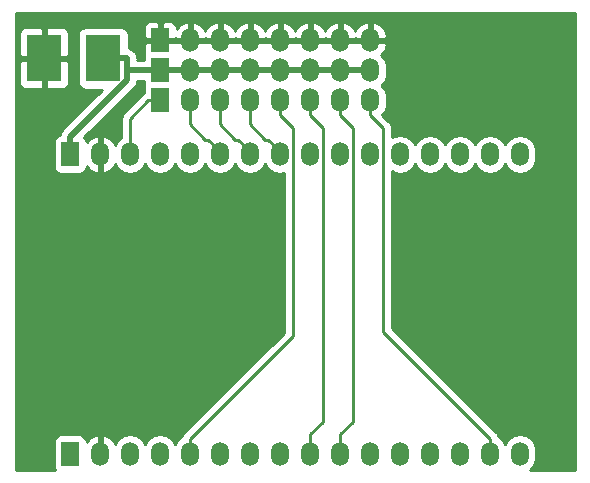
<source format=gbr>
%TF.GenerationSoftware,KiCad,Pcbnew,5.0.2+dfsg1-1*%
%TF.CreationDate,2020-04-21T12:17:55+02:00*%
%TF.ProjectId,minikame,6d696e69-6b61-46d6-952e-6b696361645f,v1.0*%
%TF.SameCoordinates,Original*%
%TF.FileFunction,Copper,L1,Top*%
%TF.FilePolarity,Positive*%
%FSLAX46Y46*%
G04 Gerber Fmt 4.6, Leading zero omitted, Abs format (unit mm)*
G04 Created by KiCad (PCBNEW 5.0.2+dfsg1-1) date di 21 apr 2020 12:17:55 CEST*
%MOMM*%
%LPD*%
G01*
G04 APERTURE LIST*
%ADD10O,1.500000X2.000000*%
%ADD11R,1.500000X2.000000*%
%ADD12R,3.000000X4.000000*%
%ADD13C,0.250000*%
%ADD14C,0.500000*%
%ADD15C,0.254000*%
G04 APERTURE END LIST*
D10*
X149606000Y-91948000D03*
X147066000Y-91948000D03*
X144526000Y-91948000D03*
X141986000Y-91948000D03*
X139446000Y-91948000D03*
X136906000Y-91948000D03*
X134366000Y-91948000D03*
D11*
X131826000Y-91948000D03*
D10*
X149606000Y-89408000D03*
X147066000Y-89408000D03*
X144526000Y-89408000D03*
X141986000Y-89408000D03*
X139446000Y-89408000D03*
X136906000Y-89408000D03*
X134366000Y-89408000D03*
D11*
X131826000Y-89408000D03*
X124194000Y-96516000D03*
D10*
X126734000Y-96516000D03*
X129274000Y-96516000D03*
X131814000Y-96516000D03*
X134354000Y-96516000D03*
X136894000Y-96516000D03*
X139434000Y-96516000D03*
X141974000Y-96516000D03*
X144514000Y-96516000D03*
X147054000Y-96516000D03*
X149594000Y-96516000D03*
X152134000Y-96516000D03*
X154674000Y-96516000D03*
X157214000Y-96516000D03*
X159754000Y-96516000D03*
X162294000Y-96516000D03*
X162294000Y-121866000D03*
X159754000Y-121866000D03*
X157214000Y-121866000D03*
X154674000Y-121866000D03*
X152134000Y-121866000D03*
X149594000Y-121866000D03*
X147054000Y-121866000D03*
X144514000Y-121866000D03*
X141974000Y-121866000D03*
X139434000Y-121866000D03*
X136894000Y-121866000D03*
X134354000Y-121866000D03*
X131814000Y-121866000D03*
X129274000Y-121866000D03*
X126734000Y-121866000D03*
D11*
X124194000Y-121866000D03*
X131826000Y-86868000D03*
D10*
X134366000Y-86868000D03*
X136906000Y-86868000D03*
X139446000Y-86868000D03*
X141986000Y-86868000D03*
X144526000Y-86868000D03*
X147066000Y-86868000D03*
X149606000Y-86868000D03*
D12*
X127000000Y-88392000D03*
X122000000Y-88392000D03*
D13*
X129540000Y-96516000D02*
X129274000Y-96516000D01*
X131826000Y-91948000D02*
X131826000Y-92198000D01*
X134100000Y-91948000D02*
X134366000Y-91948000D01*
X139180000Y-91948000D02*
X139446000Y-91948000D01*
X131814000Y-96266000D02*
X131814000Y-96516000D01*
X130826000Y-91948000D02*
X131826000Y-91948000D01*
X129274000Y-93500000D02*
X130826000Y-91948000D01*
X129274000Y-96516000D02*
X129274000Y-93500000D01*
X139446000Y-92198000D02*
X139446000Y-91948000D01*
X136894000Y-96266000D02*
X136894000Y-96516000D01*
X135894000Y-95266000D02*
X136894000Y-96266000D01*
X135644000Y-95266000D02*
X135894000Y-95266000D01*
X134366000Y-93988000D02*
X135644000Y-95266000D01*
X134366000Y-91948000D02*
X134366000Y-93988000D01*
X134354000Y-96266000D02*
X134354000Y-96516000D01*
X141974000Y-96266000D02*
X141974000Y-96516000D01*
X140974000Y-95266000D02*
X141974000Y-96266000D01*
X140724000Y-95266000D02*
X140974000Y-95266000D01*
X139446000Y-93988000D02*
X140724000Y-95266000D01*
X139446000Y-91948000D02*
X139446000Y-93988000D01*
X149606000Y-93198000D02*
X149606000Y-91948000D01*
X150669010Y-94261010D02*
X149606000Y-93198000D01*
X162294000Y-121866000D02*
X162294000Y-121616000D01*
X147066000Y-93198000D02*
X147066000Y-91948000D01*
X148129010Y-94261010D02*
X147066000Y-93198000D01*
X148129010Y-119151010D02*
X148129010Y-94261010D01*
X144526000Y-93198000D02*
X144526000Y-91948000D01*
X145589010Y-94261010D02*
X144526000Y-93198000D01*
X145589010Y-119151010D02*
X145589010Y-94261010D01*
X144514000Y-120226020D02*
X144514000Y-121866000D01*
X145589010Y-119151010D02*
X144514000Y-120226020D01*
X147054000Y-120226020D02*
X147054000Y-121866000D01*
X148129010Y-119151010D02*
X147054000Y-120226020D01*
X150669010Y-111531010D02*
X150669010Y-109728000D01*
X159754000Y-120616000D02*
X150669010Y-111531010D01*
X159754000Y-121866000D02*
X159754000Y-120616000D01*
X150669010Y-109991010D02*
X150669010Y-109728000D01*
X150669010Y-109728000D02*
X150669010Y-94261010D01*
X134354000Y-120616000D02*
X134354000Y-121866000D01*
X143049010Y-111920990D02*
X134354000Y-120616000D01*
X141986000Y-93198000D02*
X143049010Y-94261010D01*
X143049010Y-94261010D02*
X143049010Y-111920990D01*
X141986000Y-91948000D02*
X141986000Y-93198000D01*
X136640000Y-91948000D02*
X136906000Y-91948000D01*
X139434000Y-96266000D02*
X139434000Y-96516000D01*
X138434000Y-95266000D02*
X139434000Y-96266000D01*
X138184000Y-95266000D02*
X138434000Y-95266000D01*
X136906000Y-93988000D02*
X138184000Y-95266000D01*
X136906000Y-91948000D02*
X136906000Y-93988000D01*
D14*
X131826000Y-89408000D02*
X134366000Y-89408000D01*
X134366000Y-89408000D02*
X136906000Y-89408000D01*
X136906000Y-89408000D02*
X139446000Y-89408000D01*
X139446000Y-89408000D02*
X141986000Y-89408000D01*
X141986000Y-89408000D02*
X144526000Y-89408000D01*
X144526000Y-89408000D02*
X147066000Y-89408000D01*
X147066000Y-89408000D02*
X149606000Y-89408000D01*
X124194000Y-96266000D02*
X124194000Y-96516000D01*
X131826000Y-89408000D02*
X129020000Y-89408000D01*
X129020000Y-90190000D02*
X129020000Y-89408000D01*
X124194000Y-95016000D02*
X129020000Y-90190000D01*
X124194000Y-96516000D02*
X124194000Y-95016000D01*
X129000000Y-88392000D02*
X127000000Y-88392000D01*
X129020000Y-88412000D02*
X129000000Y-88392000D01*
X129020000Y-89408000D02*
X129020000Y-88412000D01*
D15*
G36*
X166930001Y-123242000D02*
X163101755Y-123242000D01*
X163292529Y-123114529D01*
X163598641Y-122656399D01*
X163679000Y-122252406D01*
X163679000Y-121479593D01*
X163598641Y-121075600D01*
X163292528Y-120617471D01*
X162834399Y-120311359D01*
X162294000Y-120203867D01*
X161753600Y-120311359D01*
X161295471Y-120617472D01*
X161024000Y-121023757D01*
X160752528Y-120617471D01*
X160494947Y-120445361D01*
X160469904Y-120319463D01*
X160301929Y-120068071D01*
X160238473Y-120025671D01*
X151429010Y-111216209D01*
X151429010Y-97960665D01*
X151593601Y-98070641D01*
X152134000Y-98178133D01*
X152674400Y-98070641D01*
X153132529Y-97764529D01*
X153404000Y-97358243D01*
X153675472Y-97764529D01*
X154133601Y-98070641D01*
X154674000Y-98178133D01*
X155214400Y-98070641D01*
X155672529Y-97764529D01*
X155944000Y-97358243D01*
X156215472Y-97764529D01*
X156673601Y-98070641D01*
X157214000Y-98178133D01*
X157754400Y-98070641D01*
X158212529Y-97764529D01*
X158484000Y-97358243D01*
X158755472Y-97764529D01*
X159213601Y-98070641D01*
X159754000Y-98178133D01*
X160294400Y-98070641D01*
X160752529Y-97764529D01*
X161024000Y-97358243D01*
X161295472Y-97764529D01*
X161753601Y-98070641D01*
X162294000Y-98178133D01*
X162834400Y-98070641D01*
X163292529Y-97764529D01*
X163598641Y-97306399D01*
X163679000Y-96902406D01*
X163679000Y-96129593D01*
X163598641Y-95725600D01*
X163292528Y-95267471D01*
X162834399Y-94961359D01*
X162294000Y-94853867D01*
X161753600Y-94961359D01*
X161295471Y-95267472D01*
X161024000Y-95673757D01*
X160752528Y-95267471D01*
X160294399Y-94961359D01*
X159754000Y-94853867D01*
X159213600Y-94961359D01*
X158755471Y-95267472D01*
X158484000Y-95673757D01*
X158212528Y-95267471D01*
X157754399Y-94961359D01*
X157214000Y-94853867D01*
X156673600Y-94961359D01*
X156215471Y-95267472D01*
X155944000Y-95673757D01*
X155672528Y-95267471D01*
X155214399Y-94961359D01*
X154674000Y-94853867D01*
X154133600Y-94961359D01*
X153675471Y-95267472D01*
X153404000Y-95673757D01*
X153132528Y-95267471D01*
X152674399Y-94961359D01*
X152134000Y-94853867D01*
X151593600Y-94961359D01*
X151429010Y-95071335D01*
X151429010Y-94335856D01*
X151443898Y-94261009D01*
X151429010Y-94186162D01*
X151429010Y-94186158D01*
X151384914Y-93964473D01*
X151216939Y-93713081D01*
X151153483Y-93670681D01*
X150634490Y-93151689D01*
X150910641Y-92738399D01*
X150991000Y-92334406D01*
X150991000Y-91561593D01*
X150910641Y-91157600D01*
X150604528Y-90699471D01*
X150572395Y-90678000D01*
X150604529Y-90656529D01*
X150910641Y-90198399D01*
X150991000Y-89794406D01*
X150991000Y-89021593D01*
X150910641Y-88617600D01*
X150604528Y-88159471D01*
X150556433Y-88127335D01*
X150855964Y-87739721D01*
X150998739Y-87214055D01*
X150837868Y-86995000D01*
X149733000Y-86995000D01*
X149733000Y-87015000D01*
X149479000Y-87015000D01*
X149479000Y-86995000D01*
X148374132Y-86995000D01*
X148336000Y-87046924D01*
X148297868Y-86995000D01*
X147193000Y-86995000D01*
X147193000Y-87015000D01*
X146939000Y-87015000D01*
X146939000Y-86995000D01*
X145834132Y-86995000D01*
X145796000Y-87046924D01*
X145757868Y-86995000D01*
X144653000Y-86995000D01*
X144653000Y-87015000D01*
X144399000Y-87015000D01*
X144399000Y-86995000D01*
X143294132Y-86995000D01*
X143256000Y-87046924D01*
X143217868Y-86995000D01*
X142113000Y-86995000D01*
X142113000Y-87015000D01*
X141859000Y-87015000D01*
X141859000Y-86995000D01*
X140754132Y-86995000D01*
X140716000Y-87046924D01*
X140677868Y-86995000D01*
X139573000Y-86995000D01*
X139573000Y-87015000D01*
X139319000Y-87015000D01*
X139319000Y-86995000D01*
X138214132Y-86995000D01*
X138176000Y-87046924D01*
X138137868Y-86995000D01*
X137033000Y-86995000D01*
X137033000Y-87015000D01*
X136779000Y-87015000D01*
X136779000Y-86995000D01*
X135674132Y-86995000D01*
X135636000Y-87046924D01*
X135597868Y-86995000D01*
X134493000Y-86995000D01*
X134493000Y-87015000D01*
X134239000Y-87015000D01*
X134239000Y-86995000D01*
X133134132Y-86995000D01*
X133099461Y-87042211D01*
X133052250Y-86995000D01*
X131953000Y-86995000D01*
X131953000Y-87015000D01*
X131699000Y-87015000D01*
X131699000Y-86995000D01*
X130599750Y-86995000D01*
X130441000Y-87153750D01*
X130441000Y-87994310D01*
X130497526Y-88130777D01*
X130477843Y-88160235D01*
X130428560Y-88408000D01*
X130428560Y-88523000D01*
X129905000Y-88523000D01*
X129905000Y-88499159D01*
X129922337Y-88411999D01*
X129905000Y-88324840D01*
X129905000Y-88324835D01*
X129853652Y-88066690D01*
X129658049Y-87773951D01*
X129646060Y-87765940D01*
X129638049Y-87753951D01*
X129345310Y-87558348D01*
X129147440Y-87518989D01*
X129147440Y-86392000D01*
X129098157Y-86144235D01*
X128957809Y-85934191D01*
X128747765Y-85793843D01*
X128500000Y-85744560D01*
X125500000Y-85744560D01*
X125252235Y-85793843D01*
X125042191Y-85934191D01*
X124901843Y-86144235D01*
X124852560Y-86392000D01*
X124852560Y-90392000D01*
X124901843Y-90639765D01*
X125042191Y-90849809D01*
X125252235Y-90990157D01*
X125500000Y-91039440D01*
X126918981Y-91039440D01*
X123629845Y-94328577D01*
X123555952Y-94377951D01*
X123506578Y-94451844D01*
X123506576Y-94451846D01*
X123360348Y-94670691D01*
X123315923Y-94894036D01*
X123196235Y-94917843D01*
X122986191Y-95058191D01*
X122845843Y-95268235D01*
X122796560Y-95516000D01*
X122796560Y-97516000D01*
X122845843Y-97763765D01*
X122986191Y-97973809D01*
X123196235Y-98114157D01*
X123444000Y-98163440D01*
X124944000Y-98163440D01*
X125191765Y-98114157D01*
X125401809Y-97973809D01*
X125542157Y-97763765D01*
X125589746Y-97524517D01*
X125817106Y-97818736D01*
X126289765Y-98089481D01*
X126392815Y-98108318D01*
X126607000Y-97985656D01*
X126607000Y-96643000D01*
X126587000Y-96643000D01*
X126587000Y-96389000D01*
X126607000Y-96389000D01*
X126607000Y-95046344D01*
X126392815Y-94923682D01*
X126289765Y-94942519D01*
X125817106Y-95213264D01*
X125589746Y-95507483D01*
X125542157Y-95268235D01*
X125402441Y-95059137D01*
X129584156Y-90877423D01*
X129658049Y-90828049D01*
X129853652Y-90535310D01*
X129901850Y-90293000D01*
X130428560Y-90293000D01*
X130428560Y-90408000D01*
X130477843Y-90655765D01*
X130492700Y-90678000D01*
X130477843Y-90700235D01*
X130428560Y-90948000D01*
X130428560Y-91299517D01*
X130341526Y-91357671D01*
X130341524Y-91357673D01*
X130278071Y-91400071D01*
X130235673Y-91463524D01*
X128789528Y-92909671D01*
X128726072Y-92952071D01*
X128683672Y-93015527D01*
X128683671Y-93015528D01*
X128558097Y-93203463D01*
X128499112Y-93500000D01*
X128514001Y-93574852D01*
X128514000Y-95108091D01*
X128275471Y-95267472D01*
X127995447Y-95686557D01*
X127983964Y-95644279D01*
X127650894Y-95213264D01*
X127178235Y-94942519D01*
X127075185Y-94923682D01*
X126861000Y-95046344D01*
X126861000Y-96389000D01*
X126881000Y-96389000D01*
X126881000Y-96643000D01*
X126861000Y-96643000D01*
X126861000Y-97985656D01*
X127075185Y-98108318D01*
X127178235Y-98089481D01*
X127650894Y-97818736D01*
X127983964Y-97387721D01*
X127995447Y-97345443D01*
X128275472Y-97764529D01*
X128733601Y-98070641D01*
X129274000Y-98178133D01*
X129814400Y-98070641D01*
X130272529Y-97764529D01*
X130544000Y-97358243D01*
X130815472Y-97764529D01*
X131273601Y-98070641D01*
X131814000Y-98178133D01*
X132354400Y-98070641D01*
X132812529Y-97764529D01*
X133084000Y-97358243D01*
X133355472Y-97764529D01*
X133813601Y-98070641D01*
X134354000Y-98178133D01*
X134894400Y-98070641D01*
X135352529Y-97764529D01*
X135624000Y-97358243D01*
X135895472Y-97764529D01*
X136353601Y-98070641D01*
X136894000Y-98178133D01*
X137434400Y-98070641D01*
X137892529Y-97764529D01*
X138164000Y-97358243D01*
X138435472Y-97764529D01*
X138893601Y-98070641D01*
X139434000Y-98178133D01*
X139974400Y-98070641D01*
X140432529Y-97764529D01*
X140704000Y-97358243D01*
X140975472Y-97764529D01*
X141433601Y-98070641D01*
X141974000Y-98178133D01*
X142289010Y-98115474D01*
X142289011Y-111606187D01*
X133869530Y-120025669D01*
X133806071Y-120068071D01*
X133638096Y-120319464D01*
X133613054Y-120445360D01*
X133355471Y-120617472D01*
X133084000Y-121023757D01*
X132812528Y-120617471D01*
X132354399Y-120311359D01*
X131814000Y-120203867D01*
X131273600Y-120311359D01*
X130815471Y-120617472D01*
X130544000Y-121023757D01*
X130272528Y-120617471D01*
X129814399Y-120311359D01*
X129274000Y-120203867D01*
X128733600Y-120311359D01*
X128275471Y-120617472D01*
X127995447Y-121036557D01*
X127983964Y-120994279D01*
X127650894Y-120563264D01*
X127178235Y-120292519D01*
X127075185Y-120273682D01*
X126861000Y-120396344D01*
X126861000Y-121739000D01*
X126881000Y-121739000D01*
X126881000Y-121993000D01*
X126861000Y-121993000D01*
X126861000Y-122013000D01*
X126607000Y-122013000D01*
X126607000Y-121993000D01*
X126587000Y-121993000D01*
X126587000Y-121739000D01*
X126607000Y-121739000D01*
X126607000Y-120396344D01*
X126392815Y-120273682D01*
X126289765Y-120292519D01*
X125817106Y-120563264D01*
X125589746Y-120857483D01*
X125542157Y-120618235D01*
X125401809Y-120408191D01*
X125191765Y-120267843D01*
X124944000Y-120218560D01*
X123444000Y-120218560D01*
X123196235Y-120267843D01*
X122986191Y-120408191D01*
X122845843Y-120618235D01*
X122796560Y-120866000D01*
X122796560Y-122866000D01*
X122845843Y-123113765D01*
X122931528Y-123242000D01*
X119582000Y-123242000D01*
X119582000Y-88677750D01*
X119865000Y-88677750D01*
X119865000Y-90518310D01*
X119961673Y-90751699D01*
X120140302Y-90930327D01*
X120373691Y-91027000D01*
X121714250Y-91027000D01*
X121873000Y-90868250D01*
X121873000Y-88519000D01*
X122127000Y-88519000D01*
X122127000Y-90868250D01*
X122285750Y-91027000D01*
X123626309Y-91027000D01*
X123859698Y-90930327D01*
X124038327Y-90751699D01*
X124135000Y-90518310D01*
X124135000Y-88677750D01*
X123976250Y-88519000D01*
X122127000Y-88519000D01*
X121873000Y-88519000D01*
X120023750Y-88519000D01*
X119865000Y-88677750D01*
X119582000Y-88677750D01*
X119582000Y-86265690D01*
X119865000Y-86265690D01*
X119865000Y-88106250D01*
X120023750Y-88265000D01*
X121873000Y-88265000D01*
X121873000Y-85915750D01*
X122127000Y-85915750D01*
X122127000Y-88265000D01*
X123976250Y-88265000D01*
X124135000Y-88106250D01*
X124135000Y-86265690D01*
X124038327Y-86032301D01*
X123859698Y-85853673D01*
X123626309Y-85757000D01*
X122285750Y-85757000D01*
X122127000Y-85915750D01*
X121873000Y-85915750D01*
X121714250Y-85757000D01*
X120373691Y-85757000D01*
X120140302Y-85853673D01*
X119961673Y-86032301D01*
X119865000Y-86265690D01*
X119582000Y-86265690D01*
X119582000Y-85741690D01*
X130441000Y-85741690D01*
X130441000Y-86582250D01*
X130599750Y-86741000D01*
X131699000Y-86741000D01*
X131699000Y-85391750D01*
X131953000Y-85391750D01*
X131953000Y-86741000D01*
X133052250Y-86741000D01*
X133099461Y-86693789D01*
X133134132Y-86741000D01*
X134239000Y-86741000D01*
X134239000Y-85398344D01*
X134493000Y-85398344D01*
X134493000Y-86741000D01*
X135597868Y-86741000D01*
X135636000Y-86689076D01*
X135674132Y-86741000D01*
X136779000Y-86741000D01*
X136779000Y-85398344D01*
X137033000Y-85398344D01*
X137033000Y-86741000D01*
X138137868Y-86741000D01*
X138176000Y-86689076D01*
X138214132Y-86741000D01*
X139319000Y-86741000D01*
X139319000Y-85398344D01*
X139573000Y-85398344D01*
X139573000Y-86741000D01*
X140677868Y-86741000D01*
X140716000Y-86689076D01*
X140754132Y-86741000D01*
X141859000Y-86741000D01*
X141859000Y-85398344D01*
X142113000Y-85398344D01*
X142113000Y-86741000D01*
X143217868Y-86741000D01*
X143256000Y-86689076D01*
X143294132Y-86741000D01*
X144399000Y-86741000D01*
X144399000Y-85398344D01*
X144653000Y-85398344D01*
X144653000Y-86741000D01*
X145757868Y-86741000D01*
X145796000Y-86689076D01*
X145834132Y-86741000D01*
X146939000Y-86741000D01*
X146939000Y-85398344D01*
X147193000Y-85398344D01*
X147193000Y-86741000D01*
X148297868Y-86741000D01*
X148336000Y-86689076D01*
X148374132Y-86741000D01*
X149479000Y-86741000D01*
X149479000Y-85398344D01*
X149733000Y-85398344D01*
X149733000Y-86741000D01*
X150837868Y-86741000D01*
X150998739Y-86521945D01*
X150855964Y-85996279D01*
X150522894Y-85565264D01*
X150050235Y-85294519D01*
X149947185Y-85275682D01*
X149733000Y-85398344D01*
X149479000Y-85398344D01*
X149264815Y-85275682D01*
X149161765Y-85294519D01*
X148689106Y-85565264D01*
X148356036Y-85996279D01*
X148336000Y-86070047D01*
X148315964Y-85996279D01*
X147982894Y-85565264D01*
X147510235Y-85294519D01*
X147407185Y-85275682D01*
X147193000Y-85398344D01*
X146939000Y-85398344D01*
X146724815Y-85275682D01*
X146621765Y-85294519D01*
X146149106Y-85565264D01*
X145816036Y-85996279D01*
X145796000Y-86070047D01*
X145775964Y-85996279D01*
X145442894Y-85565264D01*
X144970235Y-85294519D01*
X144867185Y-85275682D01*
X144653000Y-85398344D01*
X144399000Y-85398344D01*
X144184815Y-85275682D01*
X144081765Y-85294519D01*
X143609106Y-85565264D01*
X143276036Y-85996279D01*
X143256000Y-86070047D01*
X143235964Y-85996279D01*
X142902894Y-85565264D01*
X142430235Y-85294519D01*
X142327185Y-85275682D01*
X142113000Y-85398344D01*
X141859000Y-85398344D01*
X141644815Y-85275682D01*
X141541765Y-85294519D01*
X141069106Y-85565264D01*
X140736036Y-85996279D01*
X140716000Y-86070047D01*
X140695964Y-85996279D01*
X140362894Y-85565264D01*
X139890235Y-85294519D01*
X139787185Y-85275682D01*
X139573000Y-85398344D01*
X139319000Y-85398344D01*
X139104815Y-85275682D01*
X139001765Y-85294519D01*
X138529106Y-85565264D01*
X138196036Y-85996279D01*
X138176000Y-86070047D01*
X138155964Y-85996279D01*
X137822894Y-85565264D01*
X137350235Y-85294519D01*
X137247185Y-85275682D01*
X137033000Y-85398344D01*
X136779000Y-85398344D01*
X136564815Y-85275682D01*
X136461765Y-85294519D01*
X135989106Y-85565264D01*
X135656036Y-85996279D01*
X135636000Y-86070047D01*
X135615964Y-85996279D01*
X135282894Y-85565264D01*
X134810235Y-85294519D01*
X134707185Y-85275682D01*
X134493000Y-85398344D01*
X134239000Y-85398344D01*
X134024815Y-85275682D01*
X133921765Y-85294519D01*
X133449106Y-85565264D01*
X133211000Y-85873389D01*
X133211000Y-85741690D01*
X133114327Y-85508301D01*
X132935698Y-85329673D01*
X132702309Y-85233000D01*
X132111750Y-85233000D01*
X131953000Y-85391750D01*
X131699000Y-85391750D01*
X131540250Y-85233000D01*
X130949691Y-85233000D01*
X130716302Y-85329673D01*
X130537673Y-85508301D01*
X130441000Y-85741690D01*
X119582000Y-85741690D01*
X119582000Y-84530000D01*
X166930000Y-84530000D01*
X166930001Y-123242000D01*
X166930001Y-123242000D01*
G37*
X166930001Y-123242000D02*
X163101755Y-123242000D01*
X163292529Y-123114529D01*
X163598641Y-122656399D01*
X163679000Y-122252406D01*
X163679000Y-121479593D01*
X163598641Y-121075600D01*
X163292528Y-120617471D01*
X162834399Y-120311359D01*
X162294000Y-120203867D01*
X161753600Y-120311359D01*
X161295471Y-120617472D01*
X161024000Y-121023757D01*
X160752528Y-120617471D01*
X160494947Y-120445361D01*
X160469904Y-120319463D01*
X160301929Y-120068071D01*
X160238473Y-120025671D01*
X151429010Y-111216209D01*
X151429010Y-97960665D01*
X151593601Y-98070641D01*
X152134000Y-98178133D01*
X152674400Y-98070641D01*
X153132529Y-97764529D01*
X153404000Y-97358243D01*
X153675472Y-97764529D01*
X154133601Y-98070641D01*
X154674000Y-98178133D01*
X155214400Y-98070641D01*
X155672529Y-97764529D01*
X155944000Y-97358243D01*
X156215472Y-97764529D01*
X156673601Y-98070641D01*
X157214000Y-98178133D01*
X157754400Y-98070641D01*
X158212529Y-97764529D01*
X158484000Y-97358243D01*
X158755472Y-97764529D01*
X159213601Y-98070641D01*
X159754000Y-98178133D01*
X160294400Y-98070641D01*
X160752529Y-97764529D01*
X161024000Y-97358243D01*
X161295472Y-97764529D01*
X161753601Y-98070641D01*
X162294000Y-98178133D01*
X162834400Y-98070641D01*
X163292529Y-97764529D01*
X163598641Y-97306399D01*
X163679000Y-96902406D01*
X163679000Y-96129593D01*
X163598641Y-95725600D01*
X163292528Y-95267471D01*
X162834399Y-94961359D01*
X162294000Y-94853867D01*
X161753600Y-94961359D01*
X161295471Y-95267472D01*
X161024000Y-95673757D01*
X160752528Y-95267471D01*
X160294399Y-94961359D01*
X159754000Y-94853867D01*
X159213600Y-94961359D01*
X158755471Y-95267472D01*
X158484000Y-95673757D01*
X158212528Y-95267471D01*
X157754399Y-94961359D01*
X157214000Y-94853867D01*
X156673600Y-94961359D01*
X156215471Y-95267472D01*
X155944000Y-95673757D01*
X155672528Y-95267471D01*
X155214399Y-94961359D01*
X154674000Y-94853867D01*
X154133600Y-94961359D01*
X153675471Y-95267472D01*
X153404000Y-95673757D01*
X153132528Y-95267471D01*
X152674399Y-94961359D01*
X152134000Y-94853867D01*
X151593600Y-94961359D01*
X151429010Y-95071335D01*
X151429010Y-94335856D01*
X151443898Y-94261009D01*
X151429010Y-94186162D01*
X151429010Y-94186158D01*
X151384914Y-93964473D01*
X151216939Y-93713081D01*
X151153483Y-93670681D01*
X150634490Y-93151689D01*
X150910641Y-92738399D01*
X150991000Y-92334406D01*
X150991000Y-91561593D01*
X150910641Y-91157600D01*
X150604528Y-90699471D01*
X150572395Y-90678000D01*
X150604529Y-90656529D01*
X150910641Y-90198399D01*
X150991000Y-89794406D01*
X150991000Y-89021593D01*
X150910641Y-88617600D01*
X150604528Y-88159471D01*
X150556433Y-88127335D01*
X150855964Y-87739721D01*
X150998739Y-87214055D01*
X150837868Y-86995000D01*
X149733000Y-86995000D01*
X149733000Y-87015000D01*
X149479000Y-87015000D01*
X149479000Y-86995000D01*
X148374132Y-86995000D01*
X148336000Y-87046924D01*
X148297868Y-86995000D01*
X147193000Y-86995000D01*
X147193000Y-87015000D01*
X146939000Y-87015000D01*
X146939000Y-86995000D01*
X145834132Y-86995000D01*
X145796000Y-87046924D01*
X145757868Y-86995000D01*
X144653000Y-86995000D01*
X144653000Y-87015000D01*
X144399000Y-87015000D01*
X144399000Y-86995000D01*
X143294132Y-86995000D01*
X143256000Y-87046924D01*
X143217868Y-86995000D01*
X142113000Y-86995000D01*
X142113000Y-87015000D01*
X141859000Y-87015000D01*
X141859000Y-86995000D01*
X140754132Y-86995000D01*
X140716000Y-87046924D01*
X140677868Y-86995000D01*
X139573000Y-86995000D01*
X139573000Y-87015000D01*
X139319000Y-87015000D01*
X139319000Y-86995000D01*
X138214132Y-86995000D01*
X138176000Y-87046924D01*
X138137868Y-86995000D01*
X137033000Y-86995000D01*
X137033000Y-87015000D01*
X136779000Y-87015000D01*
X136779000Y-86995000D01*
X135674132Y-86995000D01*
X135636000Y-87046924D01*
X135597868Y-86995000D01*
X134493000Y-86995000D01*
X134493000Y-87015000D01*
X134239000Y-87015000D01*
X134239000Y-86995000D01*
X133134132Y-86995000D01*
X133099461Y-87042211D01*
X133052250Y-86995000D01*
X131953000Y-86995000D01*
X131953000Y-87015000D01*
X131699000Y-87015000D01*
X131699000Y-86995000D01*
X130599750Y-86995000D01*
X130441000Y-87153750D01*
X130441000Y-87994310D01*
X130497526Y-88130777D01*
X130477843Y-88160235D01*
X130428560Y-88408000D01*
X130428560Y-88523000D01*
X129905000Y-88523000D01*
X129905000Y-88499159D01*
X129922337Y-88411999D01*
X129905000Y-88324840D01*
X129905000Y-88324835D01*
X129853652Y-88066690D01*
X129658049Y-87773951D01*
X129646060Y-87765940D01*
X129638049Y-87753951D01*
X129345310Y-87558348D01*
X129147440Y-87518989D01*
X129147440Y-86392000D01*
X129098157Y-86144235D01*
X128957809Y-85934191D01*
X128747765Y-85793843D01*
X128500000Y-85744560D01*
X125500000Y-85744560D01*
X125252235Y-85793843D01*
X125042191Y-85934191D01*
X124901843Y-86144235D01*
X124852560Y-86392000D01*
X124852560Y-90392000D01*
X124901843Y-90639765D01*
X125042191Y-90849809D01*
X125252235Y-90990157D01*
X125500000Y-91039440D01*
X126918981Y-91039440D01*
X123629845Y-94328577D01*
X123555952Y-94377951D01*
X123506578Y-94451844D01*
X123506576Y-94451846D01*
X123360348Y-94670691D01*
X123315923Y-94894036D01*
X123196235Y-94917843D01*
X122986191Y-95058191D01*
X122845843Y-95268235D01*
X122796560Y-95516000D01*
X122796560Y-97516000D01*
X122845843Y-97763765D01*
X122986191Y-97973809D01*
X123196235Y-98114157D01*
X123444000Y-98163440D01*
X124944000Y-98163440D01*
X125191765Y-98114157D01*
X125401809Y-97973809D01*
X125542157Y-97763765D01*
X125589746Y-97524517D01*
X125817106Y-97818736D01*
X126289765Y-98089481D01*
X126392815Y-98108318D01*
X126607000Y-97985656D01*
X126607000Y-96643000D01*
X126587000Y-96643000D01*
X126587000Y-96389000D01*
X126607000Y-96389000D01*
X126607000Y-95046344D01*
X126392815Y-94923682D01*
X126289765Y-94942519D01*
X125817106Y-95213264D01*
X125589746Y-95507483D01*
X125542157Y-95268235D01*
X125402441Y-95059137D01*
X129584156Y-90877423D01*
X129658049Y-90828049D01*
X129853652Y-90535310D01*
X129901850Y-90293000D01*
X130428560Y-90293000D01*
X130428560Y-90408000D01*
X130477843Y-90655765D01*
X130492700Y-90678000D01*
X130477843Y-90700235D01*
X130428560Y-90948000D01*
X130428560Y-91299517D01*
X130341526Y-91357671D01*
X130341524Y-91357673D01*
X130278071Y-91400071D01*
X130235673Y-91463524D01*
X128789528Y-92909671D01*
X128726072Y-92952071D01*
X128683672Y-93015527D01*
X128683671Y-93015528D01*
X128558097Y-93203463D01*
X128499112Y-93500000D01*
X128514001Y-93574852D01*
X128514000Y-95108091D01*
X128275471Y-95267472D01*
X127995447Y-95686557D01*
X127983964Y-95644279D01*
X127650894Y-95213264D01*
X127178235Y-94942519D01*
X127075185Y-94923682D01*
X126861000Y-95046344D01*
X126861000Y-96389000D01*
X126881000Y-96389000D01*
X126881000Y-96643000D01*
X126861000Y-96643000D01*
X126861000Y-97985656D01*
X127075185Y-98108318D01*
X127178235Y-98089481D01*
X127650894Y-97818736D01*
X127983964Y-97387721D01*
X127995447Y-97345443D01*
X128275472Y-97764529D01*
X128733601Y-98070641D01*
X129274000Y-98178133D01*
X129814400Y-98070641D01*
X130272529Y-97764529D01*
X130544000Y-97358243D01*
X130815472Y-97764529D01*
X131273601Y-98070641D01*
X131814000Y-98178133D01*
X132354400Y-98070641D01*
X132812529Y-97764529D01*
X133084000Y-97358243D01*
X133355472Y-97764529D01*
X133813601Y-98070641D01*
X134354000Y-98178133D01*
X134894400Y-98070641D01*
X135352529Y-97764529D01*
X135624000Y-97358243D01*
X135895472Y-97764529D01*
X136353601Y-98070641D01*
X136894000Y-98178133D01*
X137434400Y-98070641D01*
X137892529Y-97764529D01*
X138164000Y-97358243D01*
X138435472Y-97764529D01*
X138893601Y-98070641D01*
X139434000Y-98178133D01*
X139974400Y-98070641D01*
X140432529Y-97764529D01*
X140704000Y-97358243D01*
X140975472Y-97764529D01*
X141433601Y-98070641D01*
X141974000Y-98178133D01*
X142289010Y-98115474D01*
X142289011Y-111606187D01*
X133869530Y-120025669D01*
X133806071Y-120068071D01*
X133638096Y-120319464D01*
X133613054Y-120445360D01*
X133355471Y-120617472D01*
X133084000Y-121023757D01*
X132812528Y-120617471D01*
X132354399Y-120311359D01*
X131814000Y-120203867D01*
X131273600Y-120311359D01*
X130815471Y-120617472D01*
X130544000Y-121023757D01*
X130272528Y-120617471D01*
X129814399Y-120311359D01*
X129274000Y-120203867D01*
X128733600Y-120311359D01*
X128275471Y-120617472D01*
X127995447Y-121036557D01*
X127983964Y-120994279D01*
X127650894Y-120563264D01*
X127178235Y-120292519D01*
X127075185Y-120273682D01*
X126861000Y-120396344D01*
X126861000Y-121739000D01*
X126881000Y-121739000D01*
X126881000Y-121993000D01*
X126861000Y-121993000D01*
X126861000Y-122013000D01*
X126607000Y-122013000D01*
X126607000Y-121993000D01*
X126587000Y-121993000D01*
X126587000Y-121739000D01*
X126607000Y-121739000D01*
X126607000Y-120396344D01*
X126392815Y-120273682D01*
X126289765Y-120292519D01*
X125817106Y-120563264D01*
X125589746Y-120857483D01*
X125542157Y-120618235D01*
X125401809Y-120408191D01*
X125191765Y-120267843D01*
X124944000Y-120218560D01*
X123444000Y-120218560D01*
X123196235Y-120267843D01*
X122986191Y-120408191D01*
X122845843Y-120618235D01*
X122796560Y-120866000D01*
X122796560Y-122866000D01*
X122845843Y-123113765D01*
X122931528Y-123242000D01*
X119582000Y-123242000D01*
X119582000Y-88677750D01*
X119865000Y-88677750D01*
X119865000Y-90518310D01*
X119961673Y-90751699D01*
X120140302Y-90930327D01*
X120373691Y-91027000D01*
X121714250Y-91027000D01*
X121873000Y-90868250D01*
X121873000Y-88519000D01*
X122127000Y-88519000D01*
X122127000Y-90868250D01*
X122285750Y-91027000D01*
X123626309Y-91027000D01*
X123859698Y-90930327D01*
X124038327Y-90751699D01*
X124135000Y-90518310D01*
X124135000Y-88677750D01*
X123976250Y-88519000D01*
X122127000Y-88519000D01*
X121873000Y-88519000D01*
X120023750Y-88519000D01*
X119865000Y-88677750D01*
X119582000Y-88677750D01*
X119582000Y-86265690D01*
X119865000Y-86265690D01*
X119865000Y-88106250D01*
X120023750Y-88265000D01*
X121873000Y-88265000D01*
X121873000Y-85915750D01*
X122127000Y-85915750D01*
X122127000Y-88265000D01*
X123976250Y-88265000D01*
X124135000Y-88106250D01*
X124135000Y-86265690D01*
X124038327Y-86032301D01*
X123859698Y-85853673D01*
X123626309Y-85757000D01*
X122285750Y-85757000D01*
X122127000Y-85915750D01*
X121873000Y-85915750D01*
X121714250Y-85757000D01*
X120373691Y-85757000D01*
X120140302Y-85853673D01*
X119961673Y-86032301D01*
X119865000Y-86265690D01*
X119582000Y-86265690D01*
X119582000Y-85741690D01*
X130441000Y-85741690D01*
X130441000Y-86582250D01*
X130599750Y-86741000D01*
X131699000Y-86741000D01*
X131699000Y-85391750D01*
X131953000Y-85391750D01*
X131953000Y-86741000D01*
X133052250Y-86741000D01*
X133099461Y-86693789D01*
X133134132Y-86741000D01*
X134239000Y-86741000D01*
X134239000Y-85398344D01*
X134493000Y-85398344D01*
X134493000Y-86741000D01*
X135597868Y-86741000D01*
X135636000Y-86689076D01*
X135674132Y-86741000D01*
X136779000Y-86741000D01*
X136779000Y-85398344D01*
X137033000Y-85398344D01*
X137033000Y-86741000D01*
X138137868Y-86741000D01*
X138176000Y-86689076D01*
X138214132Y-86741000D01*
X139319000Y-86741000D01*
X139319000Y-85398344D01*
X139573000Y-85398344D01*
X139573000Y-86741000D01*
X140677868Y-86741000D01*
X140716000Y-86689076D01*
X140754132Y-86741000D01*
X141859000Y-86741000D01*
X141859000Y-85398344D01*
X142113000Y-85398344D01*
X142113000Y-86741000D01*
X143217868Y-86741000D01*
X143256000Y-86689076D01*
X143294132Y-86741000D01*
X144399000Y-86741000D01*
X144399000Y-85398344D01*
X144653000Y-85398344D01*
X144653000Y-86741000D01*
X145757868Y-86741000D01*
X145796000Y-86689076D01*
X145834132Y-86741000D01*
X146939000Y-86741000D01*
X146939000Y-85398344D01*
X147193000Y-85398344D01*
X147193000Y-86741000D01*
X148297868Y-86741000D01*
X148336000Y-86689076D01*
X148374132Y-86741000D01*
X149479000Y-86741000D01*
X149479000Y-85398344D01*
X149733000Y-85398344D01*
X149733000Y-86741000D01*
X150837868Y-86741000D01*
X150998739Y-86521945D01*
X150855964Y-85996279D01*
X150522894Y-85565264D01*
X150050235Y-85294519D01*
X149947185Y-85275682D01*
X149733000Y-85398344D01*
X149479000Y-85398344D01*
X149264815Y-85275682D01*
X149161765Y-85294519D01*
X148689106Y-85565264D01*
X148356036Y-85996279D01*
X148336000Y-86070047D01*
X148315964Y-85996279D01*
X147982894Y-85565264D01*
X147510235Y-85294519D01*
X147407185Y-85275682D01*
X147193000Y-85398344D01*
X146939000Y-85398344D01*
X146724815Y-85275682D01*
X146621765Y-85294519D01*
X146149106Y-85565264D01*
X145816036Y-85996279D01*
X145796000Y-86070047D01*
X145775964Y-85996279D01*
X145442894Y-85565264D01*
X144970235Y-85294519D01*
X144867185Y-85275682D01*
X144653000Y-85398344D01*
X144399000Y-85398344D01*
X144184815Y-85275682D01*
X144081765Y-85294519D01*
X143609106Y-85565264D01*
X143276036Y-85996279D01*
X143256000Y-86070047D01*
X143235964Y-85996279D01*
X142902894Y-85565264D01*
X142430235Y-85294519D01*
X142327185Y-85275682D01*
X142113000Y-85398344D01*
X141859000Y-85398344D01*
X141644815Y-85275682D01*
X141541765Y-85294519D01*
X141069106Y-85565264D01*
X140736036Y-85996279D01*
X140716000Y-86070047D01*
X140695964Y-85996279D01*
X140362894Y-85565264D01*
X139890235Y-85294519D01*
X139787185Y-85275682D01*
X139573000Y-85398344D01*
X139319000Y-85398344D01*
X139104815Y-85275682D01*
X139001765Y-85294519D01*
X138529106Y-85565264D01*
X138196036Y-85996279D01*
X138176000Y-86070047D01*
X138155964Y-85996279D01*
X137822894Y-85565264D01*
X137350235Y-85294519D01*
X137247185Y-85275682D01*
X137033000Y-85398344D01*
X136779000Y-85398344D01*
X136564815Y-85275682D01*
X136461765Y-85294519D01*
X135989106Y-85565264D01*
X135656036Y-85996279D01*
X135636000Y-86070047D01*
X135615964Y-85996279D01*
X135282894Y-85565264D01*
X134810235Y-85294519D01*
X134707185Y-85275682D01*
X134493000Y-85398344D01*
X134239000Y-85398344D01*
X134024815Y-85275682D01*
X133921765Y-85294519D01*
X133449106Y-85565264D01*
X133211000Y-85873389D01*
X133211000Y-85741690D01*
X133114327Y-85508301D01*
X132935698Y-85329673D01*
X132702309Y-85233000D01*
X132111750Y-85233000D01*
X131953000Y-85391750D01*
X131699000Y-85391750D01*
X131540250Y-85233000D01*
X130949691Y-85233000D01*
X130716302Y-85329673D01*
X130537673Y-85508301D01*
X130441000Y-85741690D01*
X119582000Y-85741690D01*
X119582000Y-84530000D01*
X166930000Y-84530000D01*
X166930001Y-123242000D01*
M02*

</source>
